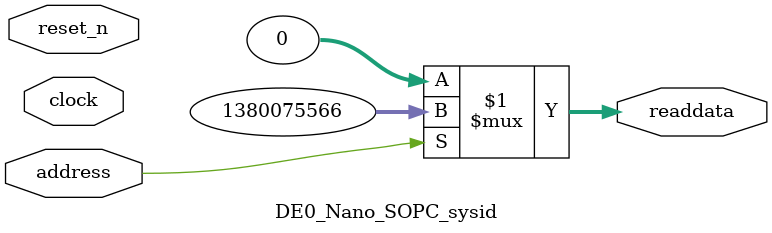
<source format=v>

`timescale 1ns / 1ps
// synthesis translate_on

// turn off superfluous verilog processor warnings 
// altera message_level Level1 
// altera message_off 10034 10035 10036 10037 10230 10240 10030 

module DE0_Nano_SOPC_sysid (
               // inputs:
                address,
                clock,
                reset_n,

               // outputs:
                readdata
             )
;

  output  [ 31: 0] readdata;
  input            address;
  input            clock;
  input            reset_n;

  wire    [ 31: 0] readdata;
  //control_slave, which is an e_avalon_slave
  assign readdata = address ? 1380075566 : 0;

endmodule




</source>
